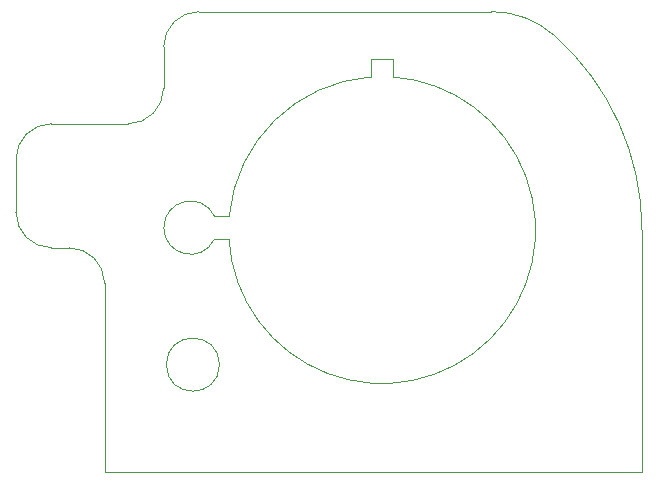
<source format=gbr>
G04 #@! TF.GenerationSoftware,KiCad,Pcbnew,6.0.11+dfsg-1~bpo11+1*
G04 #@! TF.CreationDate,2023-03-04T16:09:42-05:00*
G04 #@! TF.ProjectId,RUSP_Faceplate,52555350-5f46-4616-9365-706c6174652e,rev?*
G04 #@! TF.SameCoordinates,Original*
G04 #@! TF.FileFunction,Profile,NP*
%FSLAX46Y46*%
G04 Gerber Fmt 4.6, Leading zero omitted, Abs format (unit mm)*
G04 Created by KiCad (PCBNEW 6.0.11+dfsg-1~bpo11+1) date 2023-03-04 16:09:42*
%MOMM*%
%LPD*%
G01*
G04 APERTURE LIST*
G04 #@! TA.AperFunction,Profile*
%ADD10C,0.050000*%
G04 #@! TD*
G04 APERTURE END LIST*
D10*
X131848275Y-84469652D02*
X130580000Y-84470000D01*
X131824821Y-86469828D02*
G75*
G03*
X145691999Y-72720001I12967179J789828D01*
G01*
X130580000Y-84470000D02*
G75*
G03*
X130586094Y-86469688I-2017000J-1006000D01*
G01*
X131018000Y-97074000D02*
G75*
G03*
X131018000Y-97074000I-2250000J0D01*
G01*
X143892000Y-71180000D02*
X145692000Y-71180000D01*
X131824821Y-86469828D02*
X130586094Y-86469688D01*
X143892000Y-72711000D02*
G75*
G03*
X131848275Y-84469652I900000J-12969000D01*
G01*
X143892000Y-72711000D02*
X143892000Y-71180000D01*
X145692000Y-71180000D02*
X145691999Y-72720001D01*
X159341999Y-69180001D02*
G75*
G03*
X154052000Y-67180995I-5289999J-5999999D01*
G01*
X121292000Y-90180000D02*
G75*
G03*
X118292000Y-87180000I-3000000J0D01*
G01*
X116792000Y-87180000D02*
X118292000Y-87180000D01*
X166792000Y-85680000D02*
G75*
G03*
X159342714Y-69179190I-22000000J0D01*
G01*
X166792000Y-106180000D02*
X121292000Y-106180000D01*
X129292000Y-67180000D02*
G75*
G03*
X126292000Y-70180000I0J-3000000D01*
G01*
X121292000Y-90180000D02*
X121292000Y-106180000D01*
X113792000Y-79680000D02*
X113792000Y-84180000D01*
X126292000Y-73680000D02*
X126292000Y-70180000D01*
X116792000Y-76680000D02*
X123292000Y-76680000D01*
X116792000Y-76680000D02*
G75*
G03*
X113792000Y-79680000I0J-3000000D01*
G01*
X129292000Y-67180000D02*
X154052000Y-67180995D01*
X113792000Y-84180000D02*
G75*
G03*
X116792000Y-87180000I3000000J0D01*
G01*
X166792000Y-85680000D02*
X166792000Y-106180000D01*
X123292000Y-76680000D02*
G75*
G03*
X126292000Y-73680000I0J3000000D01*
G01*
M02*

</source>
